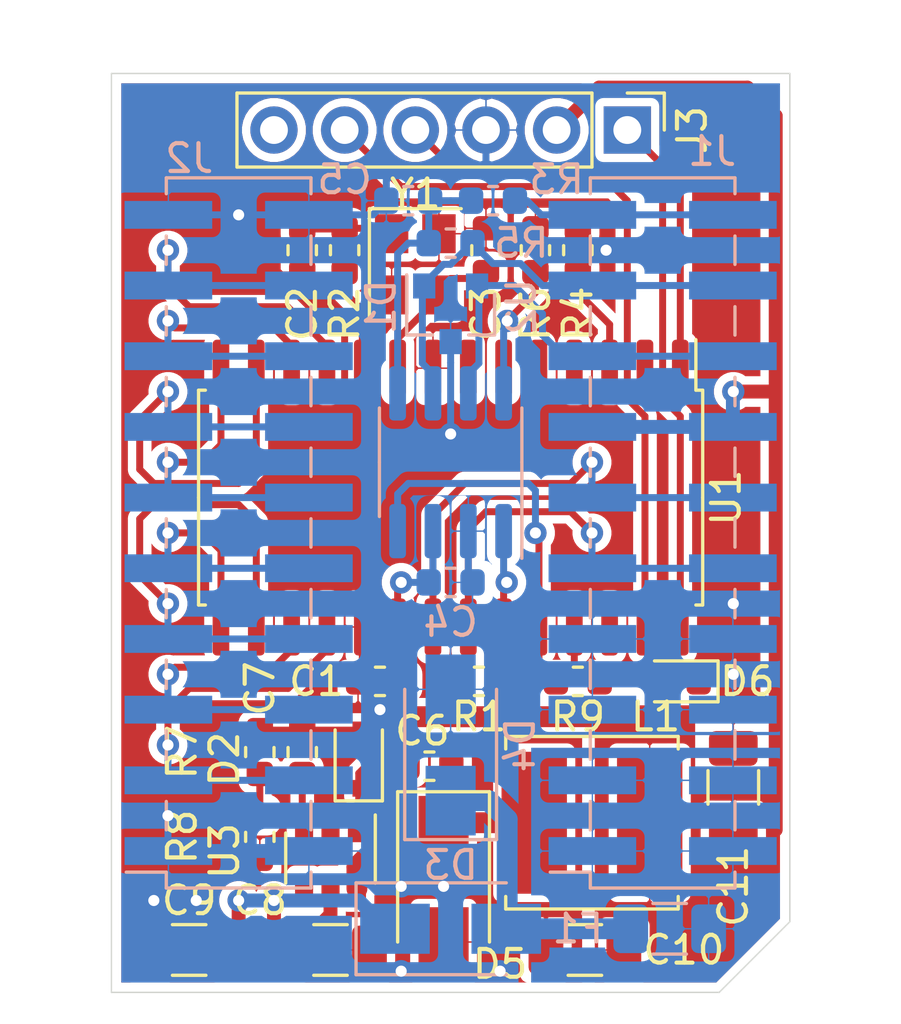
<source format=kicad_pcb>
(kicad_pcb (version 20221018) (generator pcbnew)
  (layers (0 "F.Cu" signal) (1 "In1.Cu" power) (2 "In2.Cu" power) (31 "B.Cu" signal) (34 "B.Paste" user) (35 "F.Paste" user) (36 "B.SilkS" user "B.Silkscreen") (37 "F.SilkS" user "F.Silkscreen") (38 "B.Mask" user) (39 "F.Mask" user) (44 "Edge.Cuts" user))
  (net 0 "")
  (net 1 "+5V")
  (net 2 "GND")
  (net 3 "Net-(C2-Pad1)")
  (net 4 "Net-(C3-Pad1)")
  (net 5 "Net-(C5-Pad1)")
  (net 6 "Net-(C6-Pad2)")
  (net 7 "Net-(C6-Pad1)")
  (net 8 "Net-(C7-Pad2)")
  (net 9 "Net-(C8-Pad1)")
  (net 10 "/CANH")
  (net 11 "/CANL")
  (net 12 "Net-(D3-Pad2)")
  (net 13 "+12V")
  (net 14 "/CANH_TERM")
  (net 15 "/UARTRX")
  (net 16 "/UARTTX")
  (net 17 "/C0")
  (net 18 "/C1")
  (net 19 "/C2")
  (net 20 "/C3")
  (net 21 "/C4")
  (net 22 "/C5")
  (net 23 "/C6")
  (net 24 "/C7")
  (net 25 "/~{MCLR}")
  (net 26 "/ICSPDAT")
  (net 27 "/ICSPCLK")
  (net 28 "Net-(J3-Pad6)")
  (net 29 "/CANRX")
  (net 30 "Net-(R2-Pad2)")
  (net 31 "Net-(R4-Pad2)")
  (net 32 "/CANSTB")
  (net 33 "Net-(U1-Pad2)")
  (net 34 "Net-(U1-Pad4)")
  (net 35 "Net-(U1-Pad5)")
  (net 36 "Net-(U1-Pad6)")
  (net 37 "Net-(U1-Pad7)")
  (net 38 "/CANTX")
  (net 39 "Net-(U1-Pad26)")
  (net 40 "Net-(U3-Pad4)")
  (net 41 "Net-(D6-Pad2)")
  (net 42 "/LED")
  (footprint "Capacitor_SMD:C_0603_1608Metric" (layer "F.Cu") (at 30.48 81.28 180)
    (fp_text reference "C1" (at 2.286 0) (layer "F.SilkS"))
    (fp_text value "0.1u")
    (pad "1" smd roundrect (at -0.7875 0 180) (size 0.875 0.95) (layers "F.Cu" "F.Paste" "F.Mask") (net 1 "+5V"))
    (pad "2" smd roundrect (at 0.7875 0 180) (size 0.875 0.95) (layers "F.Cu" "F.Paste" "F.Mask") (net 2 "GND"))
  )
  (footprint "Capacitor_SMD:C_0603_1608Metric" (layer "F.Cu") (at 27.686 65.786 -90)
    (fp_text reference "C2" (at 2.286 0 90) (layer "F.SilkS"))
    (fp_text value "20p")
    (pad "1" smd roundrect (at -0.7875 0 270) (size 0.875 0.95) (layers "F.Cu" "F.Paste" "F.Mask") (net 3 "Net-(C2-Pad1)"))
    (pad "2" smd roundrect (at 0.7875 0 270) (size 0.875 0.95) (layers "F.Cu" "F.Paste" "F.Mask") (net 2 "GND"))
  )
  (footprint "Capacitor_SMD:C_0603_1608Metric" (layer "F.Cu") (at 34.29 65.786 90)
    (fp_text reference "C3" (at -2.286 0 90) (layer "F.SilkS"))
    (fp_text value "20p")
    (pad "1" smd roundrect (at -0.7875 0 90) (size 0.875 0.95) (layers "F.Cu" "F.Paste" "F.Mask") (net 4 "Net-(C3-Pad1)"))
    (pad "2" smd roundrect (at 0.7875 0 90) (size 0.875 0.95) (layers "F.Cu" "F.Paste" "F.Mask") (net 2 "GND"))
  )
  (footprint "Capacitor_SMD:C_0603_1608Metric" (layer "F.Cu") (at 32.258 84.328)
    (fp_text reference "C6" (at -0.254 -1.27) (layer "F.SilkS"))
    (fp_text value "0.1u")
    (pad "1" smd roundrect (at -0.7875 0) (size 0.875 0.95) (layers "F.Cu" "F.Paste" "F.Mask") (net 7 "Net-(C6-Pad1)"))
    (pad "2" smd roundrect (at 0.7875 0) (size 0.875 0.95) (layers "F.Cu" "F.Paste" "F.Mask") (net 6 "Net-(C6-Pad2)"))
  )
  (footprint "Capacitor_SMD:C_0603_1608Metric" (layer "F.Cu") (at 26.162 83.82 -90)
    (fp_text reference "C7" (at -2.286 0 90) (layer "F.SilkS"))
    (fp_text value "20p")
    (pad "1" smd roundrect (at -0.7875 0 270) (size 0.875 0.95) (layers "F.Cu" "F.Paste" "F.Mask") (net 1 "+5V"))
    (pad "2" smd roundrect (at 0.7875 0 270) (size 0.875 0.95) (layers "F.Cu" "F.Paste" "F.Mask") (net 8 "Net-(C7-Pad2)"))
  )
  (footprint "Capacitor_SMD:C_1206_3216Metric" (layer "F.Cu") (at 28.702 90.932)
    (fp_text reference "C8" (at -2.54 -1.778) (layer "F.SilkS"))
    (fp_text value "10u")
    (pad "1" smd roundrect (at -1.4 0) (size 1.25 1.75) (layers "F.Cu" "F.Paste" "F.Mask") (roundrect_rratio 0.2) (net 9 "Net-(C8-Pad1)"))
    (pad "2" smd roundrect (at 1.4 0) (size 1.25 1.75) (layers "F.Cu" "F.Paste" "F.Mask") (roundrect_rratio 0.2) (net 2 "GND"))
  )
  (footprint "Capacitor_SMD:C_1206_3216Metric" (layer "F.Cu") (at 23.622 90.932 180)
    (fp_text reference "C9" (at 0 1.778) (layer "F.SilkS"))
    (fp_text value "10u")
    (pad "1" smd roundrect (at -1.4 0 180) (size 1.25 1.75) (layers "F.Cu" "F.Paste" "F.Mask") (roundrect_rratio 0.2) (net 9 "Net-(C8-Pad1)"))
    (pad "2" smd roundrect (at 1.4 0 180) (size 1.25 1.75) (layers "F.Cu" "F.Paste" "F.Mask") (roundrect_rratio 0.2) (net 2 "GND"))
  )
  (footprint "Capacitor_SMD:C_1206_3216Metric" (layer "F.Cu") (at 37.846 90.932 180)
    (fp_text reference "C10" (at -3.556 0) (layer "F.SilkS"))
    (fp_text value "10u")
    (pad "1" smd roundrect (at -1.4 0 180) (size 1.25 1.75) (layers "F.Cu" "F.Paste" "F.Mask") (roundrect_rratio 0.2) (net 1 "+5V"))
    (pad "2" smd roundrect (at 1.4 0 180) (size 1.25 1.75) (layers "F.Cu" "F.Paste" "F.Mask") (roundrect_rratio 0.2) (net 2 "GND"))
  )
  (footprint "Inductor_SMD:L_Bourns_SRN6045TA" (layer "F.Cu") (at 38.1 86.36 180)
    (fp_text reference "L1" (at -2.286 3.81) (layer "F.SilkS"))
    (fp_text value "15u")
    (pad "1" smd rect (at -2.075 0 180) (size 2.35 5.1) (layers "F.Cu" "F.Paste" "F.Mask") (net 1 "+5V"))
    (pad "2" smd rect (at 2.075 0 180) (size 2.35 5.1) (layers "F.Cu" "F.Paste" "F.Mask") (net 6 "Net-(C6-Pad2)"))
  )
  (footprint "Resistor_SMD:R_0603_1608Metric" (layer "F.Cu") (at 29.21 65.786 -90)
    (fp_text reference "R2" (at 2.286 0 90) (layer "F.SilkS"))
    (fp_text value "0")
    (pad "1" smd roundrect (at -0.7875 0 270) (size 0.875 0.95) (layers "F.Cu" "F.Paste" "F.Mask") (net 3 "Net-(C2-Pad1)"))
    (pad "2" smd roundrect (at 0.7875 0 270) (size 0.875 0.95) (layers "F.Cu" "F.Paste" "F.Mask") (net 30 "Net-(R2-Pad2)"))
  )
  (footprint "Resistor_SMD:R_0603_1608Metric" (layer "F.Cu") (at 37.592 65.786 90)
    (fp_text reference "R4" (at -2.286 0 90) (layer "F.SilkS"))
    (fp_text value "0")
    (pad "1" smd roundrect (at -0.7875 0 90) (size 0.875 0.95) (layers "F.Cu" "F.Paste" "F.Mask") (net 32 "/CANSTB"))
    (pad "2" smd roundrect (at 0.7875 0 90) (size 0.875 0.95) (layers "F.Cu" "F.Paste" "F.Mask") (net 31 "Net-(R4-Pad2)"))
  )
  (footprint "Resistor_SMD:R_0603_1608Metric" (layer "F.Cu") (at 27.686 83.82 -90)
    (fp_text reference "R7" (at 0 4.318 90) (layer "F.SilkS"))
    (fp_text value "52.3k")
    (pad "1" smd roundrect (at -0.7875 0 270) (size 0.875 0.95) (layers "F.Cu" "F.Paste" "F.Mask") (net 1 "+5V"))
    (pad "2" smd roundrect (at 0.7875 0 270) (size 0.875 0.95) (layers "F.Cu" "F.Paste" "F.Mask") (net 8 "Net-(C7-Pad2)"))
  )
  (footprint "Resistor_SMD:R_0603_1608Metric" (layer "F.Cu") (at 26.162 86.868 -90)
    (fp_text reference "R8" (at 0 2.794 90) (layer "F.SilkS"))
    (fp_text value "10k")
    (pad "1" smd roundrect (at -0.7875 0 270) (size 0.875 0.95) (layers "F.Cu" "F.Paste" "F.Mask") (net 8 "Net-(C7-Pad2)"))
    (pad "2" smd roundrect (at 0.7875 0 270) (size 0.875 0.95) (layers "F.Cu" "F.Paste" "F.Mask") (net 2 "GND"))
  )
  (footprint "Package_TO_SOT_SMD:SOT-23-6" (layer "F.Cu") (at 28.702 87.63 -90)
    (fp_text reference "U3" (at -0.254 3.81 90) (layer "F.SilkS"))
    (fp_text value "MCP16331CH")
    (pad "1" smd rect (at -1.1 -0.95 270) (size 1.06 0.65) (layers "F.Cu" "F.Paste" "F.Mask") (net 7 "Net-(C6-Pad1)"))
    (pad "2" smd rect (at -1.1 0 270) (size 1.06 0.65) (layers "F.Cu" "F.Paste" "F.Mask") (net 2 "GND"))
    (pad "3" smd rect (at -1.1 0.95 270) (size 1.06 0.65) (layers "F.Cu" "F.Paste" "F.Mask") (net 8 "Net-(C7-Pad2)"))
    (pad "4" smd rect (at 1.1 0.95 270) (size 1.06 0.65) (layers "F.Cu" "F.Paste" "F.Mask") (net 40 "Net-(U3-Pad4)"))
    (pad "5" smd rect (at 1.1 0 270) (size 1.06 0.65) (layers "F.Cu" "F.Paste" "F.Mask") (net 9 "Net-(C8-Pad1)"))
    (pad "6" smd rect (at 1.1 -0.95 270) (size 1.06 0.65) (layers "F.Cu" "F.Paste" "F.Mask") (net 6 "Net-(C6-Pad2)"))
  )
  (footprint "Package_SO:SOIC-28W_7.5x17.9mm_P1.27mm" (layer "F.Cu") (at 33.02 74.676 -90)
    (fp_text reference "U1" (at 0 -9.9 90) (layer "F.SilkS"))
    (fp_text value "PIC18F25K83-xSO")
    (pad "1" smd roundrect (at -4.65 -8.255 270) (size 2.05 0.6) (layers "F.Cu" "F.Paste" "F.Mask") (net 25 "/~{MCLR}"))
    (pad "2" smd roundrect (at -4.65 -6.985 270) (size 2.05 0.6) (layers "F.Cu" "F.Paste" "F.Mask") (net 33 "Net-(U1-Pad2)"))
    (pad "3" smd roundrect (at -4.65 -5.715 270) (size 2.05 0.6) (layers "F.Cu" "F.Paste" "F.Mask") (net 32 "/CANSTB"))
    (pad "4" smd roundrect (at -4.65 -4.445 270) (size 2.05 0.6) (layers "F.Cu" "F.Paste" "F.Mask") (net 34 "Net-(U1-Pad4)"))
    (pad "5" smd roundrect (at -4.65 -3.175 270) (size 2.05 0.6) (layers "F.Cu" "F.Paste" "F.Mask") (net 35 "Net-(U1-Pad5)"))
    (pad "6" smd roundrect (at -4.65 -1.905 270) (size 2.05 0.6) (layers "F.Cu" "F.Paste" "F.Mask") (net 36 "Net-(U1-Pad6)"))
    (pad "7" smd roundrect (at -4.65 -0.635 270) (size 2.05 0.6) (layers "F.Cu" "F.Paste" "F.Mask") (net 37 "Net-(U1-Pad7)"))
    (pad "8" smd roundrect (at -4.65 0.635 270) (size 2.05 0.6) (layers "F.Cu" "F.Paste" "F.Mask") (net 2 "GND"))
    (pad "9" smd roundrect (at -4.65 1.905 270) (size 2.05 0.6) (layers "F.Cu" "F.Paste" "F.Mask") (net 4 "Net-(C3-Pad1)"))
    (pad "10" smd roundrect (at -4.65 3.175 270) (size 2.05 0.6) (layers "F.Cu" "F.Paste" "F.Mask") (net 30 "Net-(R2-Pad2)"))
    (pad "11" smd roundrect (at -4.65 4.445 270) (size 2.05 0.6) (layers "F.Cu" "F.Paste" "F.Mask") (net 17 "/C0"))
    (pad "12" smd roundrect (at -4.65 5.715 270) (size 2.05 0.6) (layers "F.Cu" "F.Paste" "F.Mask") (net 18 "/C1"))
    (pad "13" smd roundrect (at -4.65 6.985 270) (size 2.05 0.6) (layers "F.Cu" "F.Paste" "F.Mask") (net 19 "/C2"))
    (pad "14" smd roundrect (at -4.65 8.255 270) (size 2.05 0.6) (layers "F.Cu" "F.Paste" "F.Mask") (net 20 "/C3"))
    (pad "15" smd roundrect (at 4.65 8.255 270) (size 2.05 0.6) (layers "F.Cu" "F.Paste" "F.Mask") (net 21 "/C4"))
    (pad "16" smd roundrect (at 4.65 6.985 270) (size 2.05 0.6) (layers "F.Cu" "F.Paste" "F.Mask") (net 22 "/C5"))
    (pad "17" smd roundrect (at 4.65 5.715 270) (size 2.05 0.6) (layers "F.Cu" "F.Paste" "F.Mask") (net 23 "/C6"))
    (pad "18" smd roundrect (at 4.65 4.445 270) (size 2.05 0.6) (layers "F.Cu" "F.Paste" "F.Mask") (net 24 "/C7"))
    (pad "19" smd roundrect (at 4.65 3.175 270) (size 2.05 0.6) (layers "F.Cu" "F.Paste" "F.Mask") (net 2 "GND"))
    (pad "20" smd roundrect (at 4.65 1.905 270) (size 2.05 0.6) (layers "F.Cu" "F.Paste" "F.Mask") (net 1 "+5V"))
    (pad "21" smd roundrect (at 4.65 0.635 270) (size 2.05 0.6) (layers "F.Cu" "F.Paste" "F.Mask") (net 16 "/UARTTX"))
    (pad "22" smd roundrect (at 4.65 -0.635 270) (size 2.05 0.6) (layers "F.Cu" "F.Paste" "F.Mask") (net 15 "/UARTRX"))
    (pad "23" smd roundrect (at 4.65 -1.905 270) (size 2.05 0.6) (layers "F.Cu" "F.Paste" "F.Mask") (net 38 "/CANTX"))
    (pad "24" smd roundrect (at 4.65 -3.175 270) (size 2.05 0.6) (layers "F.Cu" "F.Paste" "F.Mask") (net 29 "/CANRX"))
    (pad "25" smd roundrect (at 4.65 -4.445 270) (size 2.05 0.6) (layers "F.Cu" "F.Paste" "F.Mask") (net 42 "/LED"))
    (pad "26" smd roundrect (at 4.65 -5.715 270) (size 2.05 0.6) (layers "F.Cu" "F.Paste" "F.Mask") (net 39 "Net-(U1-Pad26)"))
    (pad "27" smd roundrect (at 4.65 -6.985 270) (size 2.05 0.6) (layers "F.Cu" "F.Paste" "F.Mask") (net 27 "/ICSPCLK"))
    (pad "28" smd roundrect (at 4.65 -8.255 270) (size 2.05 0.6) (layers "F.Cu" "F.Paste" "F.Mask") (net 26 "/ICSPDAT"))
  )
  (footprint "Crystal:Crystal_SMD_3225-4Pin_3.2x2.5mm" (layer "F.Cu") (at 31.75 66.294 -90)
    (fp_text reference "Y1" (at -2.54 0 180) (layer "F.SilkS"))
    (fp_text value "Crystal_GND24")
    (pad "1" smd rect (at -1.1 0.85 270) (size 1.4 1.2) (layers "F.Cu" "F.Paste" "F.Mask") (net 3 "Net-(C2-Pad1)"))
    (pad "2" smd rect (at 1.1 0.85 270) (size 1.4 1.2) (layers "F.Cu" "F.Paste" "F.Mask") (net 2 "GND"))
    (pad "3" smd rect (at 1.1 -0.85 270) (size 1.4 1.2) (layers "F.Cu" "F.Paste" "F.Mask") (net 4 "Net-(C3-Pad1)"))
    (pad "4" smd rect (at -1.1 -0.85 270) (size 1.4 1.2) (layers "F.Cu" "F.Paste" "F.Mask") (net 2 "GND"))
  )
  (footprint "Connector_PinHeader_2.54mm:PinHeader_1x06_P2.54mm_Vertical" (layer "F.Cu") (at 39.37 61.468 -90)
    (fp_text reference "J3" (at 0 -2.33 90) (layer "F.SilkS"))
    (fp_text value "Conn_01x06")
    (pad "1" thru_hole rect (at 0 0 270) (size 1.7 1.7) (drill 1) (layers "*.Cu" "*.Mask") (net 25 "/~{MCLR}"))
    (pad "2" thru_hole oval (at 0 2.54 270) (size 1.7 1.7) (drill 1) (layers "*.Cu" "*.Mask") (net 1 "+5V"))
    (pad "3" thru_hole oval (at 0 5.08 270) (size 1.7 1.7) (drill 1) (layers "*.Cu" "*.Mask") (net 2 "GND"))
    (pad "4" thru_hole oval (at 0 7.62 270) (size 1.7 1.7) (drill 1) (layers "*.Cu" "*.Mask") (net 26 "/ICSPDAT"))
    (pad "5" thru_hole oval (at 0 10.16 270) (size 1.7 1.7) (drill 1) (layers "*.Cu" "*.Mask") (net 27 "/ICSPCLK"))
    (pad "6" thru_hole oval (at 0 12.7 270) (size 1.7 1.7) (drill 1) (layers "*.Cu" "*.Mask") (net 28 "Net-(J3-Pad6)"))
  )
  (footprint "Resistor_SMD:R_0603_1608Metric" (layer "F.Cu") (at 34.036 81.28)
    (fp_text reference "R1" (at 0 1.27 180) (layer "F.SilkS"))
    (fp_text value "47k")
    (pad "1" smd roundrect (at -0.7875 0) (size 0.875 0.95) (layers "F.Cu" "F.Paste" "F.Mask") (net 1 "+5V"))
    (pad "2" smd roundrect (at 0.7875 0) (size 0.875 0.95) (layers "F.Cu" "F.Paste" "F.Mask") (net 29 "/CANRX"))
  )
  (footprint "Diode_SMD:D_SMA" (layer "F.Cu") (at 32.766 88.646 -90)
    (fp_text reference "D5" (at 2.794 -2.032 180) (layer "F.SilkS"))
    (fp_text value "D_Schottky")
    (pad "1" smd rect (at -2 0 270) (size 2.5 1.8) (layers "F.Cu" "F.Paste" "F.Mask") (net 6 "Net-(C6-Pad2)"))
    (pad "2" smd rect (at 2 0 270) (size 2.5 1.8) (layers "F.Cu" "F.Paste" "F.Mask") (net 2 "GND"))
  )
  (footprint "Diode_SMD:D_SOD-323" (layer "F.Cu") (at 29.718 84.074 90)
    (fp_text reference "D2" (at 0 -4.826 90) (layer "F.SilkS"))
    (fp_text value "1N4148WS")
    (pad "1" smd rect (at -1.05 0 90) (size 0.6 0.45) (layers "F.Cu" "F.Paste" "F.Mask") (net 7 "Net-(C6-Pad1)"))
    (pad "2" smd rect (at 1.05 0 90) (size 0.6 0.45) (layers "F.Cu" "F.Paste" "F.Mask") (net 1 "+5V"))
  )
  (footprint "Resistor_SMD:R_0603_1608Metric" (layer "F.Cu") (at 36.068 65.786 90)
    (fp_text reference "R6" (at -2.286 0 90) (layer "F.SilkS"))
    (fp_text value "47k")
    (pad "1" smd roundrect (at -0.7875 0 90) (size 0.875 0.95) (layers "F.Cu" "F.Paste" "F.Mask") (net 31 "Net-(R4-Pad2)"))
    (pad "2" smd roundrect (at 0.7875 0 90) (size 0.875 0.95) (layers "F.Cu" "F.Paste" "F.Mask") (net 2 "GND"))
  )
  (footprint "LED_SMD:LED_0603_1608Metric" (layer "F.Cu") (at 41.148 81.28 180)
    (fp_text reference "D6" (at -2.54 0) (layer "F.SilkS"))
    (fp_text value "LED")
    (pad "1" smd roundrect (at -0.7875 0 180) (size 0.875 0.95) (layers "F.Cu" "F.Paste" "F.Mask") (net 2 "GND"))
    (pad "2" smd roundrect (at 0.7875 0 180) (size 0.875 0.95) (layers "F.Cu" "F.Paste" "F.Mask") (net 41 "Net-(D6-Pad2)"))
  )
  (footprint "Resistor_SMD:R_0603_1608Metric" (layer "F.Cu") (at 37.592 81.28)
    (fp_text reference "R9" (at 0 1.27) (layer "F.SilkS"))
    (fp_text value "300")
    (pad "1" smd roundrect (at -0.7875 0) (size 0.875 0.95) (layers "F.Cu" "F.Paste" "F.Mask") (net 42 "/LED"))
    (pad "2" smd roundrect (at 0.7875 0) (size 0.875 0.95) (layers "F.Cu" "F.Paste" "F.Mask") (net 41 "Net-(D6-Pad2)"))
  )
  (footprint "Capacitor_SMD:C_1206_3216Metric" (layer "F.Cu") (at 43.18 85.09 90)
    (fp_text reference "C11" (at -3.556 0 90) (layer "F.SilkS"))
    (fp_text value "10u")
    (pad "1" smd roundrect (at -1.4 0 90) (size 1.25 1.75) (layers "F.Cu" "F.Paste" "F.Mask") (roundrect_rratio 0.2) (net 1 "+5V"))
    (pad "2" smd roundrect (at 1.4 0 90) (size 1.25 1.75) (layers "F.Cu" "F.Paste" "F.Mask") (roundrect_rratio 0.2) (net 2 "GND"))
  )
  (footprint "Capacitor_SMD:C_0603_1608Metric" (layer "B.Cu") (at 31.496 64.008 180)
    (fp_text reference "C5" (at 2.286 0.762) (layer "B.SilkS") (effects (justify mirror)))
    (fp_text value "0.1u")
    (pad "1" smd roundrect (at -0.7875 0 180) (size 0.875 0.95) (layers "B.Cu" "B.Paste" "B.Mask") (net 5 "Net-(C5-Pad1)"))
    (pad "2" smd roundrect (at 0.7875 0 180) (size 0.875 0.95) (layers "B.Cu" "B.Paste" "B.Mask") (net 2 "GND"))
  )
  (footprint "Diode_SMD:D_SMA" (layer "B.Cu") (at 33.02 90.17)
    (fp_text reference "D3" (at 0 -2.286) (layer "B.SilkS") (effects (justify mirror)))
    (fp_text value "D_Schottky")
    (pad "1" smd rect (at -2 0) (size 2.5 1.8) (layers "B.Cu" "B.Paste" "B.Mask") (net 9 "Net-(C8-Pad1)"))
    (pad "2" smd rect (at 2 0) (size 2.5 1.8) (layers "B.Cu" "B.Paste" "B.Mask") (net 12 "Net-(D3-Pad2)"))
  )
  (footprint "Diode_SMD:D_SMA" (layer "B.Cu") (at 33.02 83.566 90)
    (fp_text reference "D4" (at 0 2.5 90) (layer "B.SilkS") (effects (justify mirror)))
    (fp_text value "D_Zener")
    (pad "1" smd rect (at -2 0 90) (size 2.5 1.8) (layers "B.Cu" "B.Paste" "B.Mask") (net 12 "Net-(D3-Pad2)"))
    (pad "2" smd rect (at 2 0 90) (size 2.5 1.8) (layers "B.Cu" "B.Paste" "B.Mask") (net 2 "GND"))
  )
  (footprint "Fuse:Fuse_1206_3216Metric" (layer "B.Cu") (at 40.894 90.17 180)
    (fp_text reference "F1" (at 3.302 0) (layer "B.SilkS") (effects (justify mirror)))
    (fp_text value "Polyfuse")
    (pad "1" smd roundrect (at -1.4 0 180) (size 1.25 1.75) (layers "B.Cu" "B.Paste" "B.Mask") (roundrect_rratio 0.2) (net 13 "+12V"))
    (pad "2" smd roundrect (at 1.4 0 180) (size 1.25 1.75) (layers "B.Cu" "B.Paste" "B.Mask") (roundrect_rratio 0.2) (net 12 "Net-(D3-Pad2)"))
  )
  (footprint "Connector_PinHeader_2.54mm:PinHeader_2x10_P2.54mm_Vertical_SMD" (layer "B.Cu") (at 40.64 75.946)
    (fp_text reference "J1" (at 1.778 -13.716) (layer "B.SilkS") (effects (justify mirror)))
    (fp_text value "Conn_02x10_Odd_Even")
    (pad "1" smd rect (at -2.525 11.43) (size 3.15 1) (layers "B.Cu" "B.Paste" "B.Mask") (net 13 "+12V"))
    (pad "2" smd rect (at 2.525 11.43) (size 3.15 1) (layers "B.Cu" "B.Paste" "B.Mask") (net 13 "+12V"))
    (pad "3" smd rect (at -2.525 8.89) (size 3.15 1) (layers "B.Cu" "B.Paste" "B.Mask") (net 13 "+12V"))
    (pad "4" smd rect (at 2.525 8.89) (size 3.15 1) (layers "B.Cu" "B.Paste" "B.Mask") (net 13 "+12V"))
    (pad "5" smd rect (at -2.525 6.35) (size 3.15 1) (layers "B.Cu" "B.Paste" "B.Mask") (net 2 "GND"))
    (pad "6" smd rect (at 2.525 6.35) (size 3.15 1) (layers "B.Cu" "B.Paste" "B.Mask") (net 2 "GND"))
    (pad "7" smd rect (at -2.525 3.81) (size 3.15 1) (layers "B.Cu" "B.Paste" "B.Mask") (net 2 "GND"))
    (pad "8" smd rect (at 2.525 3.81) (size 3.15 1) (layers "B.Cu" "B.Paste" "B.Mask") (net 2 "GND"))
    (pad "9" smd rect (at -2.525 1.27) (size 3.15 1) (layers "B.Cu" "B.Paste" "B.Mask") (net 15 "/UARTRX"))
    (pad "10" smd rect (at 2.525 1.27) (size 3.15 1) (layers "B.Cu" "B.Paste" "B.Mask") (net 15 "/UARTRX"))
    (pad "11" smd rect (at -2.525 -1.27) (size 3.15 1) (layers "B.Cu" "B.Paste" "B.Mask") (net 16 "/UARTTX"))
    (pad "12" smd rect (at 2.525 -1.27) (size 3.15 1) (layers "B.Cu" "B.Paste" "B.Mask") (net 16 "/UARTTX"))
    (pad "13" smd rect (at -2.525 -3.81) (size 3.15 1) (layers "B.Cu" "B.Paste" "B.Mask") (net 1 "+5V"))
    (pad "14" smd rect (at 2.525 -3.81) (size 3.15 1) (layers "B.Cu" "B.Paste" "B.Mask") (net 1 "+5V"))
    (pad "15" smd rect (at -2.525 -6.35) (size 3.15 1) (layers "B.Cu" "B.Paste" "B.Mask") (net 10 "/CANH"))
    (pad "16" smd rect (at 2.525 -6.35) (size 3.15 1) (layers "B.Cu" "B.Paste" "B.Mask") (net 10 "/CANH"))
    (pad "17" smd rect (at -2.525 -8.89) (size 3.15 1) (layers "B.Cu" "B.Paste" "B.Mask") (net 11 "/CANL"))
    (pad "18" smd rect (at 2.525 -8.89) (size 3.15 1) (layers "B.Cu" "B.Paste" "B.Mask") (net 11 "/CANL"))
    (pad "19" smd rect (at -2.525 -11.43) (size 3.15 1) (layers "B.Cu" "B.Paste" "B.Mask") (net 14 "/CANH_TERM"))
    (pad "20" smd rect (at 2.525 -11.43) (size 3.15 1) (layers "B.Cu" "B.Paste" "B.Mask") (net 14 "/CANH_TERM"))
  )
  (footprint "Connector_PinHeader_2.54mm:PinHeader_2x10_P2.54mm_Vertical_SMD" (layer "B.Cu") (at 25.4 75.946)
    (fp_text reference "J2" (at -1.778 -13.462) (layer "B.SilkS") (effects (justify mirror)))
    (fp_text value "Conn_02x10_Odd_Even")
    (pad "1" smd rect (at -2.525 11.43) (size 3.15 1) (layers "B.Cu" "B.Paste" "B.Mask") (net 2 "GND"))
    (pad "2" smd rect (at 2.525 11.43) (size 3.15 1) (layers "B.Cu" "B.Paste" "B.Mask") (net 2 "GND"))
    (pad "3" smd rect (at -2.525 8.89) (size 3.15 1) (layers "B.Cu" "B.Paste" "B.Mask") (net 24 "/C7"))
    (pad "4" smd rect (at 2.525 8.89) (size 3.15 1) (layers "B.Cu" "B.Paste" "B.Mask") (net 24 "/C7"))
    (pad "5" smd rect (at -2.525 6.35) (size 3.15 1) (layers "B.Cu" "B.Paste" "B.Mask") (net 23 "/C6"))
    (pad "6" smd rect (at 2.525 6.35) (size 3.15 1) (layers "B.Cu" "B.Paste" "B.Mask") (net 23 "/C6"))
    (pad "7" smd rect (at -2.525 3.81) (size 3.15 1) (layers "B.Cu" "B.Paste" "B.Mask") (net 22 "/C5"))
    (pad "8" smd rect (at 2.525 3.81) (size 3.15 1) (layers "B.Cu" "B.Paste" "B.Mask") (net 22 "/C5"))
    (pad "9" smd rect (at -2.525 1.27) (size 3.15 1) (layers "B.Cu" "B.Paste" "B.Mask") (net 21 "/C4"))
    (pad "10" smd rect (at 2.525 1.27) (size 3.15 1) (layers "B.Cu" "B.Paste" "B.Mask") (net 21 "/C4"))
    (pad "11" smd rect (at -2.525 -1.27) (size 3.15 1) (layers "B.Cu" "B.Paste" "B.Mask") (net 20 "/C3"))
    (pad "12" smd rect (at 2.525 -1.27) (size 3.15 1) (layers "B.Cu" "B.Paste" "B.Mask") (net 20 "/C3"))
    (pad "13" smd rect (at -2.525 -3.81) (size 3.15 1) (layers "B.Cu" "B.Paste" "B.Mask") (net 19 "/C2"))
    (pad "14" smd rect (at 2.525 -3.81) (size 3.15 1) (layers "B.Cu" "B.Paste" "B.Mask") (net 19 "/C2"))
    (pad "15" smd rect (at -2.525 -6.35) (size 3.15 1) (layers "B.Cu" "B.Paste" "B.Mask") (net 18 "/C1"))
    (pad "16" smd rect (at 2.525 -6.35) (size 3.15 1) (layers "B.Cu" "B.Paste" "B.Mask") (net 18 "/C1"))
    (pad "17" smd rect (at -2.525 -8.89) (size 3.15 1) (layers "B.Cu" "B.Paste" "B.Mask") (net 17 "/C0"))
    (pad "18" smd rect (at 2.525 -8.89) (size 3.15 1) (layers "B.Cu" "B.Paste" "B.Mask") (net 17 "/C0"))
    (pad "19" smd rect (at -2.525 -11.43) (size 3.15 1) (layers "B.Cu" "B.Paste" "B.Mask") (net 2 "GND"))
    (pad "20" smd rect (at 2.525 -11.43) (size 3.15 1) (layers "B.Cu" "B.Paste" "B.Mask") (net 2 "GND"))
  )
  (footprint "Resistor_SMD:R_0603_1608Metric" (layer "B.Cu") (at 34.544 64.008 180)
    (fp_text reference "R3" (at -2.286 0.762) (layer "B.SilkS") (effects (justify mirror)))
    (fp_text value "60")
    (pad "1" smd roundrect (at -0.7875 0 180) (size 0.875 0.95) (layers "B.Cu" "B.Paste" "B.Mask") (net 14 "/CANH_TERM"))
    (pad "2" smd roundrect (at 0.7875 0 180) (size 0.875 0.95) (layers "B.Cu" "B.Paste" "B.Mask") (net 5 "Net-(C5-Pad1)"))
  )
  (footprint "Resistor_SMD:R_0603_1608Metric" (layer "B.Cu") (at 33.02 65.532)
    (fp_text reference "R5" (at 2.54 0) (layer "B.SilkS") (effects (justify mirror)))
    (fp_text value "60")
    (pad "1" smd roundrect (at -0.7875 0) (size 0.875 0.95) (layers "B.Cu" "B.Paste" "B.Mask") (net 5 "Net-(C5-Pad1)"))
    (pad "2" smd roundrect (at 0.7875 0) (size 0.875 0.95) (layers "B.Cu" "B.Paste" "B.Mask") (net 11 "/CANL"))
  )
  (footprint "Package_TO_SOT_SMD:SOT-23" (layer "B.Cu") (at 33.02 68.072 -90)
    (fp_text reference "D1" (at -0.254 2.5 90) (layer "B.SilkS") (effects (justify mirror)))
    (fp_text value "D_TVS_x2_AAC")
    (pad "1" smd rect (at -1 0.95 270) (size 0.9 0.8) (layers "B.Cu" "B.Paste" "B.Mask") (net 11 "/CANL"))
    (pad "2" smd rect (at -1 -0.95 270) (size 0.9 0.8) (layers "B.Cu" "B.Paste" "B.Mask") (net 10 "/CANH"))
    (pad "3" smd rect (at 1 0 270) (size 0.9 0.8) (layers "B.Cu" "B.Paste" "B.Mask") (net 2 "GND"))
  )
  (footprint "Package_SO:SOIC-8_3.9x4.9mm_P1.27mm" (layer "B.Cu") (at 33.02 73.406 90)
    (fp_text reference "U2" (at 5.588 2.54 90) (layer "B.SilkS") (effects (justify mirror)))
    (fp_text value "MCP2551-I-SN")
    (pad "1" smd roundrect (at -2.475 1.905 90) (size 1.95 0.6) (layers "B.Cu" "B.Paste" "B.Mask") (net 38 "/CANTX"))
    (pad "2" smd roundrect (at -2.475 0.635 90) (size 1.95 0.6) (layers "B.Cu" "B.Paste" "B.Mask") (net 2 "GND"))
    (pad "3" smd roundrect (at -2.475 -0.635 90) (size 1.95 0.6) (layers "B.Cu" "B.Paste" "B.Mask") (net 1 "+5V"))
    (pad "4" smd roundrect (at -2.475 -1.905 90) (size 1.95 0.6) (layers "B.Cu" "B.Paste" "B.Mask") (net 29 "/CANRX"))
    (pad "5" smd roundrect (at 2.475 -1.905 90) (size 1.95 0.6) (layers "B.Cu" "B.Paste" "B.Mask") (net 5 "Net-(C5-Pad1)"))
    (pad "6" smd roundrect (at 2.475 -0.635 90) (size 1.95 0.6) (layers "B.Cu" "B.Paste" "B.Mask") (net 11 "/CANL"))
    (pad "7" smd roundrect (at 2.475 0.635 90) (size 1.95 0.6) (layers "B.Cu" "B.Paste" "B.Mask") (net 10 "/CANH"))
    (pad "8" smd roundrect (at 2.475 1.905 90) (size 1.95 0.6) (layers "B.Cu" "B.Paste" "B.Mask") (net 31 "Net-(R4-Pad2)"))
  )
  (footprint "Capacitor_SMD:C_0603_1608Metric" (layer "B.Cu") (at 33.02 77.724)
    (fp_text reference "C4" (at 0 1.43) (layer "B.SilkS") (effects (justify mirror)))
    (fp_text value "0.1u")
    (pad "1" smd roundrect (at -0.7875 0) (size 0.875 0.95) (layers "B.Cu" "B.Paste" "B.Mask") (net 1 "+5V"))
    (pad "2" smd roundrect (at 0.7875 0) (size 0.875 0.95) (layers "B.Cu" "B.Paste" "B.Mask") (net 2 "GND"))
  )
  (gr_line (start 42.672 92.456) (end 20.828 92.456) (stroke (width 0.05)) (layer "Edge.Cuts"))
  (gr_line (start 42.672 92.456) (end 45.212 89.916) (stroke (width 0.05)) (layer "Edge.Cuts"))
  (gr_line (start 45.212 59.436) (end 45.212 89.916) (stroke (width 0.05)) (layer "Edge.Cuts"))
  (gr_line (start 20.828 59.436) (end 45.212 59.436) (stroke (width 0.05)) (layer "Edge.Cuts"))
  (gr_line (start 20.828 92.456) (end 20.828 59.436) (stroke (width 0.05)) (layer "Edge.Cuts"))
  (gr_text "FJ" (at 23.114 61.722) (layer "F.Cu") (effects (font (size 1.5 1.5) (thickness 0.3))))
  (segment (start 31.115 79.326) (end 31.115 81.153) (width 0.25) (layer "F.Cu") (net 1))
  (segment (start 33.2485 81.28) (end 33.2485 82.5245) (width 0.25) (layer "F.Cu") (net 1))
  (segment (start 26.162 83.0325) (end 26.162 83.058) (width 0.25) (layer "F.Cu") (net 1))
  (segment (start 31.115 79.326) (end 31.115 77.851) (width 0.25) (layer "F.Cu") (net 1))
  (segment (start 26.162 83.0325) (end 29.6925 83.0325) (width 0.25) (layer "F.Cu") (net 1))
  (segment (start 31.496 82.55) (end 34.036 82.55) (width 0.75) (layer "F.Cu") (net 1))
  (segment (start 38.354 59.944) (end 43.688 59.944) (width 0.5) (layer "F.Cu") (net 1))
  (segment (start 30.937 83.058) (end 31.2675 82.7275) (width 0.25) (layer "F.Cu") (net 1))
  (segment (start 43.688 59.944) (end 44.704 60.96) (width 0.5) (layer "F.Cu") (net 1))
  (segment (start 43.18 70.866) (end 44.704 70.866) (width 0.5) (layer "F.Cu") (net 1))
  (segment (start 36.83 61.468) (end 38.354 59.944) (width 0.5) (layer "F.Cu") (net 1))
  (segment (start 29.6925 83.0325) (end 29.718 83.058) (width 0.25) (layer "F.Cu") (net 1))
  (segment (start 44.704 70.866) (end 44.704 86.614) (width 0.5) (layer "F.Cu") (net 1))
  (segment (start 44.704 60.96) (end 44.704 70.866) (width 0.5) (layer "F.Cu") (net 1))
  (segment (start 29.718 83.058) (end 30.937 83.058) (width 0.25) (layer "F.Cu") (net 1))
  (segment (start 31.115 81.153) (end 31.242 81.28) (width 0.25) (layer "F.Cu") (net 1))
  (segment (start 33.274 82.55) (end 40.132 82.55) (width 0.75) (layer "F.Cu") (net 1))
  (segment (start 31.2675 82.7275) (end 31.2675 81.28) (width 0.25) (layer "F.Cu") (net 1))
  (segment (start 33.2485 82.5245) (end 33.274 82.55) (width 0.25) (layer "F.Cu") (net 1))
  (segment (start 31.115 77.851) (end 31.242 77.724) (width 0.25) (layer "F.Cu") (net 1))
  (via (at 43.18 70.866) (size 0.8) (drill 0.4) (layers "F.Cu" "B.Cu") (net 1))
  (via (at 31.242 77.724) (size 0.8) (drill 0.4) (layers "F.Cu" "B.Cu") (net 1))
  (segment (start 43.165 72.136) (end 38.115 72.136) (width 0.5) (layer "B.Cu") (net 1))
  (segment (start 32.385 77.597) (end 32.258 77.724) (width 0.25) (layer "B.Cu") (net 1))
  (segment (start 43.165 70.881) (end 43.18 70.866) (width 0.25) (layer "B.Cu") (net 1))
  (segment (start 32.385 75.881) (end 32.385 77.597) (width 0.25) (layer "B.Cu") (net 1))
  (segment (start 32.258 77.724) (end 31.242 77.724) (width 0.25) (layer "B.Cu") (net 1))
  (segment (start 43.165 72.136) (end 43.165 70.881) (width 0.5) (layer "B.Cu") (net 1))
  (segment (start 28.956 81.28) (end 28.702 81.026) (width 0.25) (layer "F.Cu") (net 2))
  (segment (start 32.258 71.628) (end 32.385 71.501) (width 0.25) (layer "F.Cu") (net 2))
  (segment (start 29.6925 81.28) (end 28.956 81.28) (width 0.25) (layer "F.Cu") (net 2))
  (segment (start 29.464 71.628) (end 32.258 71.628) (width 0.25) (layer "F.Cu") (net 2))
  (segment (start 29.845 79.326) (end 29.845 81.153) (width 0.25) (layer "F.Cu") (net 2))
  (segment (start 27.686 66.802) (end 29.21 68.326) (width 0.25) (layer "F.Cu") (net 2))
  (segment (start 29.21 71.374) (end 29.464 71.628) (width 0.25) (layer "F.Cu") (net 2))
  (segment (start 32.385 71.501) (end 32.385 70.026) (width 0.25) (layer "F.Cu") (net 2))
  (segment (start 29.21 68.326) (end 29.21 71.374) (width 0.25) (layer "F.Cu") (net 2))
  (segment (start 29.845 81.153) (end 29.718 81.28) (width 0.25) (layer "F.Cu") (net 2))
  (via (at 33.02 72.39) (size 0.8) (drill 0.4) (layers "F.Cu" "B.Cu") (net 2))
  (via (at 43.18 78.486) (size 0.8) (drill 0.4) (layers "F.Cu" "B.Cu") (net 2))
  (via (at 22.352 89.154) (size 0.8) (drill 0.4) (layers "F.Cu" "B.Cu") (net 2))
  (via (at 31.242 91.694) (size 0.8) (drill 0.4) (layers "F.Cu" "B.Cu") (net 2))
  (via (at 22.86 86.106) (size 0.8) (drill 0.4) (layers "F.Cu" "B.Cu") (net 2))
  (via (at 25.4 64.516) (size 0.8) (drill 0.4) (layers "F.Cu" "B.Cu") (net 2))
  (via (at 43.18 81.026) (size 0.8) (drill 0.4) (layers "F.Cu" "B.Cu") (net 2))
  (via (at 31.242 88.646) (size 0.8) (drill 0.4) (layers "F.Cu" "B.Cu") (net 2))
  (via (at 32.766 88.646) (size 0.8) (drill 0.4) (layers "F.Cu" "B.Cu") (net 2))
  (via (at 30.48 82.296) (size 0.8) (drill 0.4) (layers "F.Cu" "B.Cu") (net 2))
  (via (at 23.876 89.154) (size 0.8) (drill 0.4) (layers "F.Cu" "B.Cu") (net 2))
  (via (at 38.608 65.786) (size 0.8) (drill 0.4) (layers "F.Cu" "B.Cu") (net 2))
  (via (at 34.798 91.694) (size 0.8) (drill 0.4) (layers "F.Cu" "B.Cu") (net 2))
  (segment (start 33.02 69.072) (end 33.02 72.39) (width 0.25) (layer "B.Cu") (net 2))
  (segment (start 22.875 87.376) (end 22.86 87.376) (width 0.25) (layer "B.Cu") (net 2))
  (segment (start 43.165 82.296) (end 43.18 82.296) (width 0.25) (layer "B.Cu") (net 2))
  (segment (start 33.02 81.534) (end 33.528 81.026) (width 0.5) (layer "B.Cu") (net 2))
  (segment (start 30.988 62.992) (end 33.968081 62.992) (width 0.25) (layer "B.Cu") (net 2))
  (segment (start 30.7085 64.0335) (end 30.226 64.516) (width 0.25) (layer "B.Cu") (net 2))
  (segment (start 33.02 81.566) (end 33.02 81.534) (width 0.5) (layer "B.Cu") (net 2))
  (segment (start 27.925 87.376) (end 25.4 87.376) (width 0.5) (layer "B.Cu") (net 2))
  (segment (start 22.86 87.376) (end 22.86 86.106) (width 0.25) (layer "B.Cu") (net 2))
  (segment (start 33.782 77.724) (end 33.655 77.597) (width 0.25) (layer "B.Cu") (net 2))
  (segment (start 33.655 75.881) (end 33.655 77.597) (width 0.25) (layer "B.Cu") (net 2))
  (segment (start 30.226 64.516) (end 27.94 64.516) (width 0.25) (layer "B.Cu") (net 2))
  (segment (start 34.29 62.670081) (end 34.29 61.468) (width 0.25) (layer "B.Cu") (net 2))
  (segment (start 30.7085 63.2715) (end 30.988 62.992) (width 0.25) (layer "B.Cu") (net 2))
  (segment (start 22.875 87.376) (end 25.4 87.376) (width 0.5) (layer "B.Cu") (net 2))
  (segment (start 30.7085 64.008) (end 30.7085 63.2715) (width 0.25) (layer "B.Cu") (net 2))
  (segment (start 43.165 79.756) (end 43.18 79.756) (width 0.25) (layer "B.Cu") (net 2))
  (segment (start 33.8075 77.724) (end 33.782 77.724) (width 0.25) (layer "B.Cu") (net 2))
  (segment (start 27.94 64.516) (end 22.875 64.516) (width 0.25) (layer "B.Cu") (net 2))
  (segment (start 33.968081 62.992) (end 34.29 62.670081) (width 0.25) (layer "B.Cu") (net 2))
  (segment (start 30.7085 64.008) (end 30.7085 64.0335) (width 0.25) (layer "B.Cu") (net 2))
  (segment (start 29.21 64.9985) (end 29.8545 64.9985) (width 0.25) (layer "F.Cu") (net 3))
  (segment (start 30.05 65.194) (end 30.9 65.194) (width 0.25) (layer "F.Cu") (net 3))
  (segment (start 27.686 64.9985) (end 27.686 65.024) (width 0.25) (layer "F.Cu") (net 3))
  (segment (start 29.8545 64.9985) (end 30.05 65.194) (width 0.25) (layer "F.Cu") (net 3))
  (segment (start 27.686 65.024) (end 29.21 65.024) (width 0.25) (layer "F.Cu") (net 3))
  (segment (start 32.428 67.648) (end 31.115 68.961) (width 0.25) (layer "F.Cu") (net 4))
  (segment (start 31.115 68.961) (end 31.115 70.026) (width 0.25) (layer "F.Cu") (net 4))
  (segment (start 34.29 66.802) (end 33.02 66.802) (width 0.25) (layer "F.Cu") (net 4))
  (segment (start 32.6 67.394) (end 32.6 67.222) (width 0.25) (layer "F.Cu") (net 4))
  (segment (start 34.29 66.8275) (end 34.29 66.802) (width 0.25) (layer "F.Cu") (net 4))
  (segment (start 32.6 67.222) (end 33.02 66.802) (width 0.25) (layer "F.Cu") (net 4))
  (segment (start 33.7565 64.008) (end 33.02 64.008) (width 0.25) (layer "B.Cu") (net 5))
  (segment (start 31.496 65.532) (end 31.115 65.913) (width 0.25) (layer "B.Cu") (net 5))
  (segment (start 32.2325 65.532) (end 32.2325 64.0335) (width 0.25) (layer "B.Cu") (net 5))
  (segment (start 32.2835 64.008) (end 33.02 64.008) (width 0.25) (layer "B.Cu") (net 5))
  (segment (start 32.2325 65.532) (end 31.496 65.532) (width 0.25) (layer "B.Cu") (net 5))
  (segment (start 31.115 70.931) (end 31.115 65.913) (width 0.25) (layer "B.Cu") (net 5))
  (segment (start 33.02 86.36) (end 32.766 86.614) (width 0.75) (layer "F.Cu") (net 6))
  (segment (start 33.0455 84.328) (end 33.0455 86.3345) (width 0.75) (layer "F.Cu") (net 6))
  (segment (start 29.652 88.73) (end 29.652 87.95) (width 0.75) (layer "F.Cu") (net 6))
  (segment (start 30.442002 87.63) (end 31.75 87.63) (width 0.75) (layer "F.Cu") (net 6))
  (segment (start 29.966999 87.635001) (end 30.437001 87.635001) (width 0.75) (layer "F.Cu") (net 6))
  (segment (start 33.0455 86.3345) (end 32.766 86.614) (width 0.75) (layer "F.Cu") (net 6))
  (segment (start 30.437001 87.635001) (end 30.442002 87.63) (width 0.75) (layer "F.Cu") (net 6))
  (segment (start 29.652 87.95) (end 29.966999 87.635001) (width 0.75) (layer "F.Cu") (net 6))
  (segment (start 31.75 87.63) (end 32.766 86.614) (width 0.75) (layer "F.Cu") (net 6))
  (segment (start 36.025 86.36) (end 33.02 86.36) (width 0.75) (layer "F.Cu") (net 6))
  (segment (start 29.718 84.582) (end 29.718 86.614) (width 0.25) (layer "F.Cu") (net 7))
  (segment (start 31.4705 84.328) (end 29.972 84.328) (width 0.25) (layer "F.Cu") (net 7))
  (segment (start 29.972 84.328) (end 29.718 84.582) (width 0.25) (layer "F.Cu") (net 7))
  (segment (start 26.162 85.045) (end 26.162 86.106) (width 0.25) (layer "F.Cu") (net 8))
  (segment (start 27.686 84.6075) (end 27.686 84.582) (width 0.25) (layer "F.Cu") (net 8))
  (segment (start 27.686 84.582) (end 26.162 84.582) (width 0.25) (layer "F.Cu") (net 8))
  (segment (start 26.162 84.6075) (end 26.162 85.045) (width 0.25) (layer "F.Cu") (net 8))
  (segment (start 27.686 84.6075) (end 27.686 86.36) (width 0.25) (layer "F.Cu") (net 8))
  (segment (start 25.4 90.424) (end 25.4 89.154) (width 0.5) (layer "F.Cu") (net 9))
  (segment (start 27.302 90.802) (end 26.67 90.17) (width 0.5) (layer "F.Cu") (net 9))
  (segment (start 28.702 88.73) (end 28.702 89.662) (width 0.5) (layer "F.Cu") (net 9))
  (segment (start 27.302 90.932) (end 27.302 90.802) (width 0.5) (layer "F.Cu") (net 9))
  (segment (start 25.022 90.932) (end 25.647 90.932) (width 0.5) (layer "F.Cu") (net 9))
  (segment (start 26.67 90.17) (end 26.67 89.154) (width 0.5) (layer "F.Cu") (net 9))
  (segment (start 28.702 89.662) (end 27.432 90.932) (width 0.5) (layer "F.Cu") (net 9))
  (segment (start 25.022 90.932) (end 25.022 90.802) (width 0.5) (layer "F.Cu") (net 9))
  (segment (start 27.432 90.932) (end 27.178 90.932) (width 0.5) (layer "F.Cu") (net 9))
  (segment (start 27.302 90.932) (end 25.647 90.932) (width 0.5) (layer "F.Cu") (net 9))
  (segment (start 25.022 90.802) (end 25.4 90.424) (width 0.5) (layer "F.Cu") (net 9))
  (via (at 25.4 89.154) (size 0.8) (drill 0.4) (layers "F.Cu" "B.Cu") (net 9))
  (via (at 26.67 89.154) (size 0.8) (drill 0.4) (layers "F.Cu" "B.Cu") (net 9))
  (segment (start 29.718 89.154) (end 25.654 89.154) (width 0.5) (layer "B.Cu") (net 9))
  (segment (start 31.02 90.17) (end 30.734 90.17) (width 0.5) (layer "B.Cu") (net 9))
  (segment (start 30.734 90.17) (end 29.718 89.154) (width 0.5) (layer "B.Cu") (net 9))
  (segment (start 33.655 70.231) (end 34.036 69.85) (width 0.25) (layer "B.Cu") (net 10))
  (segment (start 33.655 70.931) (end 33.655 70.231) (width 0.25) (layer "B.Cu") (net 10))
  (segment (start 38.115 69.596) (end 37.084 69.596) (width 0.25) (layer "B.Cu") (net 10))
  (segment (start 35.306 67.056) (end 34.052 67.056) (width 0.25) (layer "B.Cu") (net 10))
  (segment (start 36.322 68.072) (end 35.306 67.056) (width 0.25) (layer "B.Cu") (net 10))
  (segment (start 36.322 68.834) (end 36.322 68.072) (width 0.25) (layer "B.Cu") (net 10))
  (segment (start 34.052 67.056) (end 34.036 67.072) (width 0.25) (layer "B.Cu") (net 10))
  (segment (start 37.084 69.596) (end 43.18 69.596) (width 0.25) (layer "B.Cu") (net 10))
  (segment (start 34.036 67.072) (end 33.97 67.072) (width 0.25) (layer "B.Cu") (net 10))
  (segment (start 34.036 69.85) (end 34.036 67.056) (width 0.25) (layer "B.Cu") (net 10))
  (segment (start 37.084 69.596) (end 36.322 68.834) (width 0.25) (layer "B.Cu") (net 10))
  (segment (start 32.385 70.231) (end 32.004 69.85) (width 0.25) (layer "B.Cu") (net 11))
  (segment (start 32.385 70.931) (end 32.385 70.231) (width 0.25) (layer "B.Cu") (net 11))
  (segment (start 36.322 67.056) (end 38.115 67.056) (width 0.25) (layer "B.Cu") (net 11))
  (segment (start 33.8075 65.532) (end 33.782 65.532) (width 0.25) (layer "B.Cu") (net 11))
  (segment (start 33.8075 65.532) (end 34.54025 66.26475) (width 0.25) (layer "B.Cu") (net 11))
  (segment (start 35.53075 66.26475) (end 36.322 67.056) (width 0.25) (layer "B.Cu") (net 11))
  (segment (start 34.54025 66.26475) (end 35.53075 66.26475) (width 0.25) (layer "B.Cu") (net 11))
  (segment (start 33.02 66.294) (end 32.766 66.294) (width 0.25) (layer "B.Cu") (net 11))
  (segment (start 32.07 66.99) (end 32.07 67.072) (width 0.25) (layer "B.Cu") (net 11))
  (segment (start 33.782 65.532) (end 33.02 66.294) (width 0.25) (layer "B.Cu") (net 11))
  (segment (start 32.004 69.85) (end 32.004 67.056) (width 0.25) (layer "B.Cu") (net 11))
  (segment (start 32.766 66.294) (end 32.07 66.99) (width 0.25) (layer "B.Cu") (net 11))
  (segment (start 43.18 67.056) (end 38.1 67.056) (width 0.25) (layer "B.Cu") (net 11))
  (segment (start 34.384 85.566) (end 35.052 86.234) (width 0.75) (layer "B.Cu") (net 12))
  (segment (start 38.869 90.17) (end 39.494 90.17) (width 0.75) (layer "B.Cu") (net 12))
  (segment (start 33.02 85.566) (end 34.384 85.566) (width 0.75) (layer "B.Cu") (net 12))
  (segment (start 35.052 86.234) (end 35.052 89.916) (width 0.75) (layer "B.Cu") (net 12))
  (segment (start 35.02 90.17) (end 38.869 90.17) (width 0.75) (layer "B.Cu") (net 12))
  (segment (start 43.18 64.516) (end 38.1 64.516) (width 0.25) (layer "B.Cu") (net 14))
  (segment (start 38.115 64.516) (end 36.277 64.516) (width 0.25) (layer "B.Cu") (net 14))
  (segment (start 35.769 64.008) (end 36.277 64.516) (width 0.25) (layer "B.Cu") (net 14))
  (segment (start 35.3315 64.008) (end 35.769 64.008) (width 0.25) (layer "B.Cu") (net 14))
  (segment (start 34.29 75.184) (end 37.338 75.184) (width 0.25) (layer "F.Cu") (net 15))
  (segment (start 37.338 75.184) (end 38.1 75.946) (width 0.25) (layer "F.Cu") (net 15))
  (segment (start 33.655 79.326) (end 33.655 75.819) (width 0.25) (layer "F.Cu") (net 15))
  (segment (start 33.655 75.819) (end 34.29 75.184) (width 0.25) (layer "F.Cu") (net 15))
  (via (at 38.1 75.946) (size 0.8) (drill 0.4) (layers "F.Cu" "B.Cu") (net 15))
  (segment (start 43.165 77.216) (end 38.115 77.216) (width 0.25) (layer "B.Cu") (net 15))
  (segment (start 38.115 77.216) (end 38.1 77.216) (width 0.25) (layer "B.Cu") (net 15))
  (segment (start 38.1 77.216) (end 38.1 75.946) (width 0.25) (layer "B.Cu") (net 15))
  (segment (start 38.1 73.406) (end 37.338 74.168) (width 0.25) (layer "F.Cu") (net 16))
  (segment (start 32.385 79.326) (end 32.385 75.311) (width 0.25) (layer "F.Cu") (net 16))
  (segment (start 37.338 74.168) (end 33.528 74.168) (width 0.25) (layer "F.Cu") (net 16))
  (segment (start 32.385 75.311) (end 33.528 74.168) (width 0.25) (layer "F.Cu") (net 16))
  (via (at 38.1 73.406) (size 0.8) (drill 0.4) (layers "F.Cu" "B.Cu") (net 16))
  (segment (start 38.1 74.676) (end 38.1 73.406) (width 0.25) (layer "B.Cu") (net 16))
  (segment (start 43.165 74.676) (end 38.115 74.676) (width 0.25) (layer "B.Cu") (net 16))
  (segment (start 38.115 74.676) (end 38.1 74.676) (width 0.25) (layer "B.Cu") (net 16))
  (segment (start 22.86 67.056) (end 22.86 65.786) (width 0.25) (layer "F.Cu") (net 17))
  (segment (start 27.158 67.818) (end 23.622 67.818) (width 0.25) (layer "F.Cu") (net 17))
  (segment (start 28.575 70.026) (end 28.575 69.235) (width 0.25) (layer "F.Cu") (net 17))
  (segment (start 28.575 69.235) (end 27.158 67.818) (width 0.25) (layer "F.Cu") (net 17))
  (segment (start 23.622 67.818) (end 22.86 67.056) (width 0.25) (layer "F.Cu") (net 17))
  (via (at 22.86 65.786) (size 0.8) (drill 0.4) (layers "F.Cu" "B.Cu") (net 17))
  (segment (start 24.7 67.056) (end 27.94 67.056) (width 0.25) (layer "B.Cu") (net 17))
  (segment (start 22.86 67.056) (end 22.86 65.786) (width 0.25) (layer "B.Cu") (net 17))
  (segment (start 22.875 67.056) (end 24.7 67.056) (width 0.25) (layer "B.Cu") (net 17))
  (segment (start 22.875 67.056) (end 22.86 67.056) (width 0.25) (layer "B.Cu") (net 17))
  (segment (start 26.67 68.58) (end 23.114 68.58) (width 0.25) (layer "F.Cu") (net 18))
  (segment (start 27.305 69.215) (end 26.67 68.58) (width 0.25) (layer "F.Cu") (net 18))
  (segment (start 23.114 68.58) (end 22.86 68.326) (width 0.25) (layer "F.Cu") (net 18))
  (segment (start 27.305 70.026) (end 27.305 69.215) (width 0.25) (layer "F.Cu") (net 18))
  (via (at 22.86 68.326) (size 0.8) (drill 0.4) (layers "F.Cu" "B.Cu") (net 18))
  (segment (start 27.925 69.596) (end 22.875 69.596) (width 0.25) (layer "B.Cu") (net 18))
  (segment (start 22.875 69.596) (end 22.86 69.596) (width 0.25) (layer "B.Cu") (net 18))
  (segment (start 22.86 69.596) (end 22.86 68.326) (width 0.25) (layer "B.Cu") (net 18))
  (segment (start 26.035 70.026) (end 26.035 73.533) (width 0.25) (layer "F.Cu") (net 19))
  (segment (start 21.844 71.882) (end 22.86 70.866) (width 0.25) (layer "F.Cu") (net 19))
  (segment (start 25.4 74.168) (end 22.352 74.168) (width 0.25) (layer "F.Cu") (net 19))
  (segment (start 26.035 73.533) (end 25.4 74.168) (width 0.25) (layer "F.Cu") (net 19))
  (segment (start 22.352 74.168) (end 21.844 73.66) (width 0.25) (layer "F.Cu") (net 19))
  (segment (start 21.844 73.66) (end 21.844 71.882) (width 0.25) (layer "F.Cu") (net 19))
  (via (at 22.86 70.866) (size 0.8) (drill 0.4) (layers "F.Cu" "B.Cu") (net 19))
  (segment (start 22.86 72.136) (end 22.86 70.866) (width 0.25) (layer "B.Cu") (net 19))
  (segment (start 22.875 72.136) (end 22.86 72.136) (width 0.25) (layer "B.Cu") (net 19))
  (segment (start 27.925 72.136) (end 22.875 72.136) (width 0.25) (layer "B.Cu") (net 19))
  (segment (start 24.13 73.406) (end 22.86 73.406) (width 0.25) (layer "F.Cu") (net 20))
  (segment (start 24.765 72.771) (end 24.13 73.406) (width 0.25) (layer "F.Cu") (net 20))
  (segment (start 24.765 70.026) (end 24.765 72.771) (width 0.25) (layer "F.Cu") (net 20))
  (via (at 22.86 73.406) (size 0.8) (drill 0.4) (layers "F.Cu" "B.Cu") (net 20))
  (segment (start 22.875 74.676) (end 22.86 74.676) (width 0.25) (layer "B.Cu") (net 20))
  (segment (start 22.86 74.676) (end 22.86 73.406) (width 0.25) (layer "B.Cu") (net 20))
  (segment (start 27.925 74.676) (end 22.875 74.676) (width 0.25) (layer "B.Cu") (net 20))
  (segment (start 24.765 76.581) (end 24.13 75.946) (width 0.25) (layer "F.Cu") (net 21))
  (segment (start 24.765 79.326) (end 24.765 76.581) (width 0.25) (layer "F.Cu") (net 21))
  (segment (start 24.13 75.946) (end 22.86 75.946) (width 0.25) (layer "F.Cu") (net 21))
  (via (at 22.86 75.946) (size 0.8) (drill 0.4) (layers "F.Cu" "B.Cu") (net 21))
  (segment (start 22.875 77.216) (end 22.86 77.216) (width 0.25) (layer "B.Cu") (net 21))
  (segment (start 27.925 77.216) (end 22.875 77.216) (width 0.25) (layer "B.Cu") (net 21))
  (segment (start 22.86 77.216) (end 22.86 75.946) (width 0.25) (layer "B.Cu") (net 21))
  (segment (start 25.4 74.93) (end 22.352 74.93) (width 0.25) (layer "F.Cu") (net 22))
  (segment (start 21.844 77.47) (end 22.86 78.486) (width 0.25) (layer "F.Cu") (net 22))
  (segment (start 21.844 75.438) (end 21.844 77.47) (width 0.25) (layer "F.Cu") (net 22))
  (segment (start 26.035 79.326) (end 26.035 75.565) (width 0.25) (layer "F.Cu") (net 22))
  (segment (start 26.035 75.565) (end 25.4 74.93) (width 0.25) (layer "F.Cu") (net 22))
  (segment (start 22.352 74.93) (end 21.844 75.438) (width 0.25) (layer "F.Cu") (net 22))
  (via (at 22.86 78.486) (size 0.8) (drill 0.4) (layers "F.Cu" "B.Cu") (net 22))
  (segment (start 22.86 79.756) (end 22.86 78.486) (width 0.25) (layer "B.Cu") (net 22))
  (segment (start 27.925 79.756) (end 22.875 79.756) (width 0.25) (layer "B.Cu") (net 22))
  (segment (start 22.875 79.756) (end 22.86 79.756) (width 0.25) (layer "B.Cu") (net 22))
  (segment (start 27.305 79.326) (end 27.305 80.137) (width 0.25) (layer "F.Cu") (net 23))
  (segment (start 23.114 80.772) (end 22.86 81.026) (width 0.25) (layer "F.Cu") (net 23))
  (segment (start 26.67 80.772) (end 23.114 80.772) (width 0.25) (layer "F.Cu") (net 23))
  (segment (start 27.305 80.137) (end 26.67 80.772) (width 0.25) (layer "F.Cu") (net 23))
  (via (at 22.86 81.026) (size 0.8) (drill 0.4) (layers "F.Cu" "B.Cu") (net 23))
  (segment (start 22.86 82.296) (end 22.86 81.026) (width 0.25) (layer "B.Cu") (net 23))
  (segment (start 22.875 82.296) (end 22.86 82.296) (width 0.25) (layer "B.Cu") (net 23))
  (segment (start 27.925 82.296) (end 22.875 82.296) (width 0.25) (layer "B.Cu") (net 23))
  (segment (start 22.86 82.296) (end 23.622 81.534) (width 0.25) (layer "F.Cu") (net 24))
  (segment (start 27.178 81.534) (end 28.575 80.137) (width 0.25) (layer "F.Cu") (net 24))
  (segment (start 22.86 83.566) (end 22.86 82.296) (width 0.25) (layer "F.Cu") (net 24))
  (segment (start 23.622 81.534) (end 27.178 81.534) (width 0.25) (layer "F.Cu") (net 24))
  (segment (start 28.575 80.137) (end 28.575 79.326) (width 0.25) (layer "F.Cu") (net 24))
  (via (at 22.86 83.566) (size 0.8) (drill 0.4) (layers "F.Cu" "B.Cu") (net 24))
  (segment (start 27.925 84.836) (end 22.875 84.836) (width 0.25) (layer "B.Cu") (net 24))
  (segment (start 22.86 84.836) (end 22.86 83.566) (width 0.25) (layer "B.Cu") (net 24))
  (segment (start 22.875 84.836) (end 22.86 84.836) (width 0.25) (layer "B.Cu") (net 24))
  (segment (start 41.275 70.026) (end 41.275 63.373) (width 0.25) (layer "F.Cu") (net 25))
  (segment (start 41.275 63.373) (end 39.37 61.468) (width 0.25) (layer "F.Cu") (net 25))
  (segment (start 41.275 71.755) (end 41.275 79.326) (width 0.25) (layer "F.Cu") (net 26))
  (segment (start 40.64 64.008) (end 40.64 71.12) (width 0.25) (layer "F.Cu") (net 26))
  (segment (start 40.64 71.12) (end 41.275 71.755) (width 0.25) (layer "F.Cu") (net 26))
  (segment (start 31.75 61.468) (end 33.274 62.992) (width 0.25) (layer "F.Cu") (net 26))
  (segment (start 33.274 62.992) (end 39.624 62.992) (width 0.25) (layer "F.Cu") (net 26))
  (segment (start 39.624 62.992) (end 40.64 64.008) (width 0.25) (layer "F.Cu") (net 26))
  (segment (start 39.37 71.12) (end 39.37 64.008) (width 0.25) (layer "F.Cu") (net 27))
  (segment (start 40.005 71.755) (end 39.37 71.12) (width 0.25) (layer "F.Cu") (net 27))
  (segment (start 40.005 79.326) (end 40.005 71.755) (width 0.25) (layer "F.Cu") (net 27))
  (segment (start 38.862 63.5) (end 31.242 63.5) (width 0.25) (layer "F.Cu") (net 27))
  (segment (start 39.37 64.008) (end 38.862 63.5) (width 0.25) (layer "F.Cu") (net 27))
  (segment (start 31.242 63.5) (end 29.21 61.468) (width 0.25) (layer "F.Cu") (net 27))
  (segment (start 36.195 80.645) (end 35.56 81.28) (width 0.25) (layer "F.Cu") (net 29))
  (segment (start 34.8235 81.28) (end 35.261 81.28) (width 0.25) (layer "F.Cu") (net 29))
  (segment (start 35.261 81.28) (end 35.56 81.28) (width 0.25) (layer "F.Cu") (net 29))
  (segment (start 36.195 76.073) (end 36.068 75.946) (width 0.25) (layer "F.Cu") (net 29))
  (segment (start 36.195 79.326) (end 36.195 76.073) (width 0.25) (layer "F.Cu") (net 29))
  (segment (start 36.195 79.326) (end 36.195 80.645) (width 0.25) (layer "F.Cu") (net 29))
  (segment (start 35.56 81.28) (end 35.306 81.28) (width 0.25) (layer "F.Cu") (net 29))
  (via (at 36.068 75.946) (size 0.8) (drill 0.4) (layers "F.Cu" "B.Cu") (net 29))
  (segment (start 36.068 75.946) (end 36.068 75.946) (width 0.25) (layer "B.Cu") (net 29))
  (segment (start 31.115 75.881) (end 31.115 74.549) (width 0.25) (layer "B.Cu") (net 29))
  (segment (start 31.496 74.168) (end 35.814 74.168) (width 0.25) (layer "B.Cu") (net 29))
  (segment (start 31.115 74.549) (end 31.496 74.168) (width 0.25) (layer "B.Cu") (net 29))
  (segment (start 35.814 74.168) (end 36.068 74.422) (width 0.25) (layer "B.Cu") (net 29))
  (segment (start 36.068 74.422) (end 36.068 75.946) (width 0.25) (layer "B.Cu") (net 29))
  (segment (start 29.21 67.011) (end 29.21 67.31) (width 0.25) (layer "F.Cu") (net 30))
  (segment (start 29.845 67.945) (end 29.21 67.31) (width 0.25) (layer "F.Cu") (net 30))
  (segment (start 29.845 70.026) (end 29.845 67.945) (width 0.25) (layer "F.Cu") (net 30))
  (segment (start 29.21 66.5735) (end 29.21 67.011) (width 0.25) (layer "F.Cu") (net 30))
  (segment (start 36.068 66.5735) (end 36.068 66.548) (width 0.25) (layer "F.Cu") (net 31))
  (segment (start 36.068 66.548) (end 37.592 65.024) (width 0.25) (layer "F.Cu") (net 31))
  (segment (start 36.068 66.5735) (end 36.068 67.31) (width 0.25) (layer "F.Cu") (net 31))
  (segment (start 36.068 67.31) (end 35.052 68.326) (width 0.25) (layer "F.Cu") (net 31))
  (via (at 35.052 68.326) (size 0.8) (drill 0.4) (layers "F.Cu" "B.Cu") (net 31))
  (segment (start 34.925 68.453) (end 35.052 68.326) (width 0.25) (layer "B.Cu") (net 31))
  (segment (start 34.925 70.931) (end 34.925 68.453) (width 0.25) (layer "B.Cu") (net 31))
  (segment (start 38.735 68.453) (end 37.592 67.31) (width 0.25) (layer "F.Cu") (net 32))
  (segment (start 38.735 70.026) (end 38.735 68.453) (width 0.25) (layer "F.Cu") (net 32))
  (segment (start 37.592 66.5735) (end 37.592 67.31) (width 0.25) (layer "F.Cu") (net 32))
  (segment (start 34.925 79.326) (end 34.925 77.834993) (width 0.25) (layer "F.Cu") (net 38))
  (segment (start 34.925 77.834993) (end 35.036013 77.72398) (width 0.25) (layer "F.Cu") (net 38))
  (via (at 35.036013 77.72398) (size 0.8) (drill 0.4) (layers "F.Cu" "B.Cu") (net 38))
  (segment (start 34.925 75.881) (end 34.925 77.612967) (width 0.25) (layer "B.Cu") (net 38))
  (segment (start 34.925 77.612967) (end 35.036013 77.72398) (width 0.25) (layer "B.Cu") (net 38))
  (segment (start 38.3795 81.28) (end 40.386 81.28) (width 0.25) (layer "F.Cu") (net 41))
  (segment (start 37.465 80.645) (end 36.83 81.28) (width 0.25) (layer "F.Cu") (net 42))
  (segment (start 37.465 79.326) (end 37.465 80.645) (width 0.25) (layer "F.Cu") (net 42))
  (segment (start 36.83 81.28) (end 36.8045 81.28) (width 0.25) (layer "F.Cu") (net 42))
  (zone (net 2) (net_name "GND") (layer "F.Cu") (connect_pads (clearance 0.2)) (min_thickness 0.2) (fill yes (thermal_gap 0.2) (thermal_bridge_width 0.25))
    (polygon (pts (xy 44.958 84.836) (xy 42.164 84.836) (xy 42.164 81.788) (xy 37.846 81.788) (xy 37.846 89.408) (xy 37.846 92.202) (xy 21.082 92.202) (xy 21.082 59.69) (xy 44.958 59.69)))
  )
  (zone (net 1) (net_name "+5V") (layer "F.Cu") (connect_pads (clearance 0.2)) (min_thickness 0.2) (fill yes (thermal_gap 0.2) (thermal_bridge_width 0.25))
    (polygon (pts (xy 41.91 85.09) (xy 44.958 85.09) (xy 44.958 92.202) (xy 38.1 92.202) (xy 38.1 82.042) (xy 41.91 82.042)))
  )
  (zone (net 13) (net_name "+12V") (layer "B.Cu") (connect_pads (clearance 0.2)) (min_thickness 0.2) (fill yes (thermal_gap 0.2) (thermal_bridge_width 0.25))
    (polygon (pts (xy 44.958 92.202) (xy 35.814 92.202) (xy 35.814 83.566) (xy 44.958 83.566)))
  )
  (zone (net 2) (net_name "GND") (layer "B.Cu") (connect_pads (clearance 0.2)) (min_thickness 0.2) (fill yes (thermal_gap 0.2) (thermal_bridge_width 0.25))
    (polygon (pts (xy 44.958 83.312) (xy 35.56 83.312) (xy 35.56 92.202) (xy 21.082 92.202) (xy 21.082 59.69) (xy 44.958 59.69)))
  )
)
</source>
